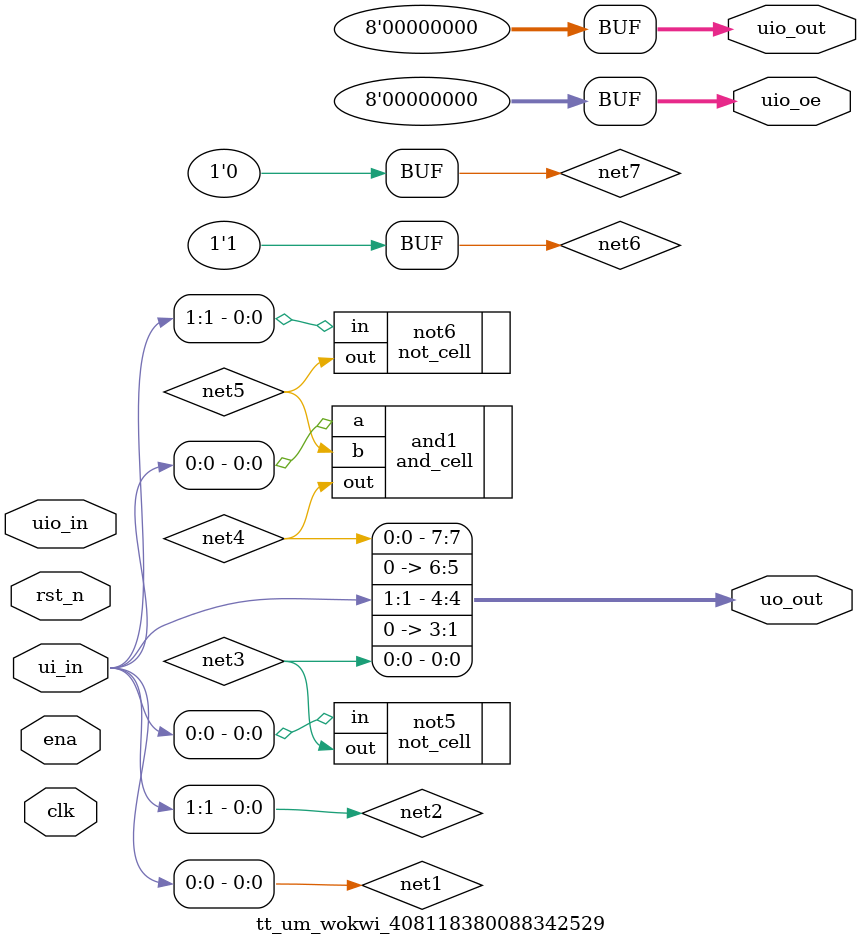
<source format=v>
/* Automatically generated from https://wokwi.com/projects/408118380088342529 */

`default_nettype none

// verilator lint_off UNUSEDSIGNAL
// verilator lint_off PINCONNECTEMPTY

module tt_um_wokwi_408118380088342529(
  input  wire [7:0] ui_in,    // Dedicated inputs
  output wire [7:0] uo_out,    // Dedicated outputs
  input  wire [7:0] uio_in,    // IOs: Input path
  output wire [7:0] uio_out,    // IOs: Output path
  output wire [7:0] uio_oe,    // IOs: Enable path (active high: 0=input, 1=output)
  input ena,
  input clk,
  input rst_n
);
  wire net1 = ui_in[0];
  wire net2 = ui_in[1];
  wire net3;
  wire net4;
  wire net5;
  wire net6 = 1'b1;
  wire net7 = 1'b0;

  assign uo_out[0] = net3;
  assign uo_out[1] = 0;
  assign uo_out[2] = 0;
  assign uo_out[3] = 0;
  assign uo_out[4] = net2;
  assign uo_out[5] = 0;
  assign uo_out[6] = 0;
  assign uo_out[7] = net4;
  assign uio_out[0] = 0;
  assign uio_oe[0] = 0;
  assign uio_out[1] = 0;
  assign uio_oe[1] = 0;
  assign uio_out[2] = 0;
  assign uio_oe[2] = 0;
  assign uio_out[3] = 0;
  assign uio_oe[3] = 0;
  assign uio_out[4] = 0;
  assign uio_oe[4] = 0;
  assign uio_out[5] = 0;
  assign uio_oe[5] = 0;
  assign uio_out[6] = 0;
  assign uio_oe[6] = 0;
  assign uio_out[7] = 0;
  assign uio_oe[7] = 0;

  not_cell not5 (
    .in (net1),
    .out (net3)
  );
  not_cell not6 (
    .in (net2),
    .out (net5)
  );
  and_cell and1 (
    .a (net1),
    .b (net5),
    .out (net4)
  );
endmodule

</source>
